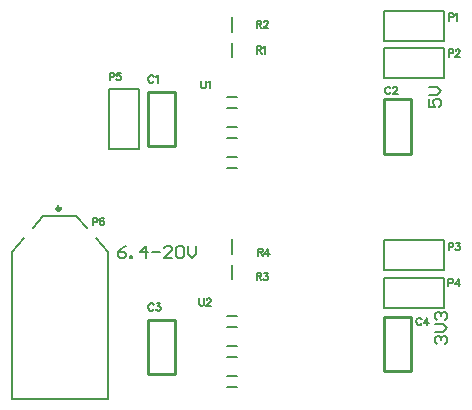
<source format=gto>
G04*
G04 #@! TF.GenerationSoftware,Altium Limited,Altium Designer,18.1.11 (251)*
G04*
G04 Layer_Color=65535*
%FSLAX25Y25*%
%MOIN*%
G70*
G01*
G75*
%ADD10C,0.01181*%
%ADD11C,0.00600*%
%ADD12C,0.00500*%
%ADD13C,0.01000*%
%ADD14C,0.00787*%
D10*
X405197Y373071D02*
G03*
X405197Y373071I-591J0D01*
G01*
D11*
X460700Y386562D02*
X463890D01*
X460700Y396562D02*
X463890D01*
X460700Y406562D02*
X463890D01*
X460700Y390362D02*
X463890D01*
X460700Y400362D02*
X463890D01*
X460700Y410362D02*
X463890D01*
X460700Y313600D02*
X463890D01*
X460700Y323600D02*
X463890D01*
X460700Y333600D02*
X463890D01*
X460700Y317400D02*
X463890D01*
X460700Y327400D02*
X463890D01*
X460700Y337400D02*
X463890D01*
D12*
X420945Y309488D02*
Y358701D01*
X389055Y309488D02*
X420945D01*
X389055D02*
Y358701D01*
X399488Y370512D02*
X410512D01*
X417008Y363150D02*
X420945Y358701D01*
X410512Y370512D02*
X414055Y366496D01*
X389055Y358701D02*
X392992Y363150D01*
X395945Y366496D02*
X399488Y370512D01*
X427166Y360499D02*
X425833Y359832D01*
X424500Y358499D01*
Y357166D01*
X425166Y356500D01*
X426499D01*
X427166Y357166D01*
Y357833D01*
X426499Y358499D01*
X424500D01*
X428499Y356500D02*
Y357166D01*
X429165D01*
Y356500D01*
X428499D01*
X433830D02*
Y360499D01*
X431831Y358499D01*
X434497D01*
X435830D02*
X438495D01*
X442494Y356500D02*
X439828D01*
X442494Y359166D01*
Y359832D01*
X441828Y360499D01*
X440495D01*
X439828Y359832D01*
X443827D02*
X444493Y360499D01*
X445826D01*
X446493Y359832D01*
Y357166D01*
X445826Y356500D01*
X444493D01*
X443827Y357166D01*
Y359832D01*
X447826Y360499D02*
Y357833D01*
X449159Y356500D01*
X450492Y357833D01*
Y360499D01*
X530668Y328000D02*
X530001Y328666D01*
Y329999D01*
X530668Y330666D01*
X531334D01*
X532001Y329999D01*
Y329333D01*
Y329999D01*
X532667Y330666D01*
X533334D01*
X534000Y329999D01*
Y328666D01*
X533334Y328000D01*
X530001Y331999D02*
X532667D01*
X534000Y333332D01*
X532667Y334665D01*
X530001D01*
X530668Y335997D02*
X530001Y336664D01*
Y337997D01*
X530668Y338663D01*
X531334D01*
X532001Y337997D01*
Y337330D01*
Y337997D01*
X532667Y338663D01*
X533334D01*
X534000Y337997D01*
Y336664D01*
X533334Y335997D01*
X528001Y409666D02*
Y407000D01*
X530001D01*
X529334Y408333D01*
Y408999D01*
X530001Y409666D01*
X531334D01*
X532000Y408999D01*
Y407666D01*
X531334Y407000D01*
X528001Y410999D02*
X530667D01*
X532000Y412332D01*
X530667Y413664D01*
X528001D01*
X451488Y343250D02*
Y341464D01*
X451608Y341107D01*
X451846Y340869D01*
X452203Y340750D01*
X452441D01*
X452798Y340869D01*
X453036Y341107D01*
X453155Y341464D01*
Y343250D01*
X453964Y342655D02*
Y342774D01*
X454083Y343012D01*
X454202Y343131D01*
X454440Y343250D01*
X454916D01*
X455154Y343131D01*
X455273Y343012D01*
X455393Y342774D01*
Y342536D01*
X455273Y342298D01*
X455035Y341940D01*
X453845Y340750D01*
X455512D01*
X452024Y415750D02*
Y413964D01*
X452143Y413607D01*
X452381Y413369D01*
X452738Y413250D01*
X452976D01*
X453333Y413369D01*
X453571Y413607D01*
X453690Y413964D01*
Y415750D01*
X454381Y415274D02*
X454619Y415393D01*
X454976Y415750D01*
Y413250D01*
X470995Y359750D02*
Y357250D01*
Y359750D02*
X472066D01*
X472423Y359631D01*
X472542Y359512D01*
X472661Y359274D01*
Y359036D01*
X472542Y358798D01*
X472423Y358679D01*
X472066Y358559D01*
X470995D01*
X471828D02*
X472661Y357250D01*
X474410Y359750D02*
X473220Y358083D01*
X475005D01*
X474410Y359750D02*
Y357250D01*
X470554Y351750D02*
Y349250D01*
Y351750D02*
X471625D01*
X471982Y351631D01*
X472101Y351512D01*
X472220Y351274D01*
Y351036D01*
X472101Y350798D01*
X471982Y350678D01*
X471625Y350559D01*
X470554D01*
X471387D02*
X472220Y349250D01*
X473018Y351750D02*
X474327D01*
X473613Y350798D01*
X473970D01*
X474208Y350678D01*
X474327Y350559D01*
X474446Y350202D01*
Y349964D01*
X474327Y349607D01*
X474089Y349369D01*
X473732Y349250D01*
X473375D01*
X473018Y349369D01*
X472899Y349488D01*
X472780Y349726D01*
X470554Y435750D02*
Y433250D01*
Y435750D02*
X471625D01*
X471982Y435631D01*
X472101Y435512D01*
X472220Y435274D01*
Y435036D01*
X472101Y434798D01*
X471982Y434679D01*
X471625Y434559D01*
X470554D01*
X471387D02*
X472220Y433250D01*
X472899Y435155D02*
Y435274D01*
X473018Y435512D01*
X473137Y435631D01*
X473375Y435750D01*
X473851D01*
X474089Y435631D01*
X474208Y435512D01*
X474327Y435274D01*
Y435036D01*
X474208Y434798D01*
X473970Y434441D01*
X472780Y433250D01*
X474446D01*
X470590Y427250D02*
Y424750D01*
Y427250D02*
X471661D01*
X472018Y427131D01*
X472137Y427012D01*
X472256Y426774D01*
Y426536D01*
X472137Y426298D01*
X472018Y426179D01*
X471661Y426059D01*
X470590D01*
X471423D02*
X472256Y424750D01*
X472815Y426774D02*
X473053Y426893D01*
X473410Y427250D01*
Y424750D01*
X416000Y368690D02*
X417071D01*
X417428Y368809D01*
X417547Y368928D01*
X417666Y369166D01*
Y369523D01*
X417547Y369761D01*
X417428Y369880D01*
X417071Y370000D01*
X416000D01*
Y367500D01*
X419654Y369642D02*
X419535Y369880D01*
X419178Y370000D01*
X418940D01*
X418583Y369880D01*
X418345Y369523D01*
X418226Y368928D01*
Y368333D01*
X418345Y367857D01*
X418583Y367619D01*
X418940Y367500D01*
X419059D01*
X419416Y367619D01*
X419654Y367857D01*
X419773Y368214D01*
Y368333D01*
X419654Y368690D01*
X419416Y368928D01*
X419059Y369047D01*
X418940D01*
X418583Y368928D01*
X418345Y368690D01*
X418226Y368333D01*
X421650Y417040D02*
X422721D01*
X423078Y417159D01*
X423197Y417278D01*
X423316Y417516D01*
Y417873D01*
X423197Y418111D01*
X423078Y418230D01*
X422721Y418350D01*
X421650D01*
Y415850D01*
X425304Y418350D02*
X424114D01*
X423995Y417278D01*
X424114Y417397D01*
X424471Y417516D01*
X424828D01*
X425185Y417397D01*
X425423Y417159D01*
X425542Y416802D01*
Y416564D01*
X425423Y416207D01*
X425185Y415969D01*
X424828Y415850D01*
X424471D01*
X424114Y415969D01*
X423995Y416088D01*
X423876Y416326D01*
X534494Y348441D02*
X535566D01*
X535923Y348559D01*
X536042Y348678D01*
X536161Y348917D01*
Y349274D01*
X536042Y349512D01*
X535923Y349631D01*
X535566Y349750D01*
X534494D01*
Y347250D01*
X537910Y349750D02*
X536720Y348083D01*
X538506D01*
X537910Y349750D02*
Y347250D01*
X534554Y360440D02*
X535625D01*
X535982Y360560D01*
X536101Y360679D01*
X536220Y360917D01*
Y361274D01*
X536101Y361512D01*
X535982Y361631D01*
X535625Y361750D01*
X534554D01*
Y359250D01*
X537018Y361750D02*
X538327D01*
X537613Y360798D01*
X537970D01*
X538208Y360679D01*
X538327Y360560D01*
X538446Y360202D01*
Y359964D01*
X538327Y359607D01*
X538089Y359369D01*
X537732Y359250D01*
X537375D01*
X537018Y359369D01*
X536899Y359488D01*
X536780Y359726D01*
X534554Y424940D02*
X535625D01*
X535982Y425060D01*
X536101Y425178D01*
X536220Y425417D01*
Y425774D01*
X536101Y426012D01*
X535982Y426131D01*
X535625Y426250D01*
X534554D01*
Y423750D01*
X536899Y425655D02*
Y425774D01*
X537018Y426012D01*
X537137Y426131D01*
X537375Y426250D01*
X537851D01*
X538089Y426131D01*
X538208Y426012D01*
X538327Y425774D01*
Y425536D01*
X538208Y425298D01*
X537970Y424940D01*
X536780Y423750D01*
X538446D01*
X534590Y436940D02*
X535661D01*
X536018Y437059D01*
X536137Y437179D01*
X536256Y437417D01*
Y437774D01*
X536137Y438012D01*
X536018Y438131D01*
X535661Y438250D01*
X534590D01*
Y435750D01*
X536815Y437774D02*
X537053Y437893D01*
X537410Y438250D01*
Y435750D01*
X525649Y336155D02*
X525530Y336393D01*
X525292Y336631D01*
X525054Y336750D01*
X524578D01*
X524340Y336631D01*
X524102Y336393D01*
X523983Y336155D01*
X523864Y335798D01*
Y335202D01*
X523983Y334845D01*
X524102Y334607D01*
X524340Y334369D01*
X524578Y334250D01*
X525054D01*
X525292Y334369D01*
X525530Y334607D01*
X525649Y334845D01*
X527541Y336750D02*
X526351Y335083D01*
X528136D01*
X527541Y336750D02*
Y334250D01*
X436285Y341004D02*
X436166Y341242D01*
X435928Y341480D01*
X435690Y341599D01*
X435214D01*
X434976Y341480D01*
X434738Y341242D01*
X434619Y341004D01*
X434500Y340647D01*
Y340052D01*
X434619Y339695D01*
X434738Y339457D01*
X434976Y339219D01*
X435214Y339100D01*
X435690D01*
X435928Y339219D01*
X436166Y339457D01*
X436285Y339695D01*
X437226Y341599D02*
X438535D01*
X437821Y340647D01*
X438178D01*
X438416Y340528D01*
X438535Y340409D01*
X438654Y340052D01*
Y339814D01*
X438535Y339457D01*
X438297Y339219D01*
X437940Y339100D01*
X437583D01*
X437226Y339219D01*
X437107Y339338D01*
X436988Y339576D01*
X515208Y413155D02*
X515089Y413393D01*
X514851Y413631D01*
X514613Y413750D01*
X514137D01*
X513899Y413631D01*
X513661Y413393D01*
X513542Y413155D01*
X513423Y412798D01*
Y412203D01*
X513542Y411845D01*
X513661Y411607D01*
X513899Y411369D01*
X514137Y411250D01*
X514613D01*
X514851Y411369D01*
X515089Y411607D01*
X515208Y411845D01*
X516030Y413155D02*
Y413274D01*
X516149Y413512D01*
X516268Y413631D01*
X516506Y413750D01*
X516982D01*
X517220Y413631D01*
X517339Y413512D01*
X517458Y413274D01*
Y413036D01*
X517339Y412798D01*
X517101Y412440D01*
X515911Y411250D01*
X517577D01*
X436286Y417004D02*
X436167Y417242D01*
X435929Y417480D01*
X435691Y417599D01*
X435215D01*
X434977Y417480D01*
X434739Y417242D01*
X434620Y417004D01*
X434501Y416647D01*
Y416052D01*
X434620Y415695D01*
X434739Y415457D01*
X434977Y415219D01*
X435215Y415100D01*
X435691D01*
X435929Y415219D01*
X436167Y415457D01*
X436286Y415695D01*
X436989Y417123D02*
X437227Y417242D01*
X437584Y417599D01*
Y415100D01*
D13*
X513000Y407800D02*
Y409500D01*
X513100Y409600D01*
X517500D01*
X513000Y391500D02*
Y393200D01*
X522000Y391500D02*
Y393200D01*
Y407800D02*
Y409500D01*
X517500Y409600D02*
X522000D01*
Y393200D02*
Y407800D01*
X513000Y391400D02*
X522000D01*
X513000Y393200D02*
Y407800D01*
Y335300D02*
Y337000D01*
X513100Y337100D01*
X517500D01*
X513000Y319000D02*
Y320700D01*
X522000Y319000D02*
Y320700D01*
Y335300D02*
Y337000D01*
X517500Y337100D02*
X522000D01*
Y320700D02*
Y335300D01*
X513000Y318900D02*
X522000D01*
X513000Y320700D02*
Y335300D01*
X434500Y334300D02*
Y336000D01*
X434600Y336100D01*
X439000D01*
X434500Y318000D02*
Y319700D01*
X443500Y318000D02*
Y319700D01*
Y334300D02*
Y336000D01*
X439000Y336100D02*
X443500D01*
Y319700D02*
Y334300D01*
X434500Y317900D02*
X443500D01*
X434500Y319700D02*
Y334300D01*
Y410300D02*
Y412000D01*
X434600Y412100D01*
X439000D01*
X434500Y394000D02*
Y395700D01*
X443500Y394000D02*
Y395700D01*
Y410300D02*
Y412000D01*
X439000Y412100D02*
X443500D01*
Y395700D02*
Y410300D01*
X434500Y393900D02*
X443500D01*
X434500Y395700D02*
Y410300D01*
D14*
X513000Y416500D02*
Y426500D01*
X533000D01*
Y416500D02*
Y426500D01*
X513000Y416500D02*
X533000D01*
X513000Y429000D02*
Y439000D01*
X533000D01*
Y429000D02*
Y439000D01*
X513000Y429000D02*
X533000D01*
X513000Y340000D02*
Y350000D01*
X533000D01*
Y340000D02*
Y350000D01*
X513000Y340000D02*
X533000D01*
X513000Y352500D02*
Y362500D01*
X533000D01*
Y352500D02*
Y362500D01*
X513000Y352500D02*
X533000D01*
X462500Y358138D02*
Y362862D01*
X462500Y349638D02*
Y354362D01*
Y432138D02*
Y436862D01*
Y423638D02*
Y428362D01*
X421500Y413000D02*
X431500D01*
Y393000D02*
Y413000D01*
X421500Y393000D02*
X431500D01*
X421500D02*
Y413000D01*
M02*

</source>
